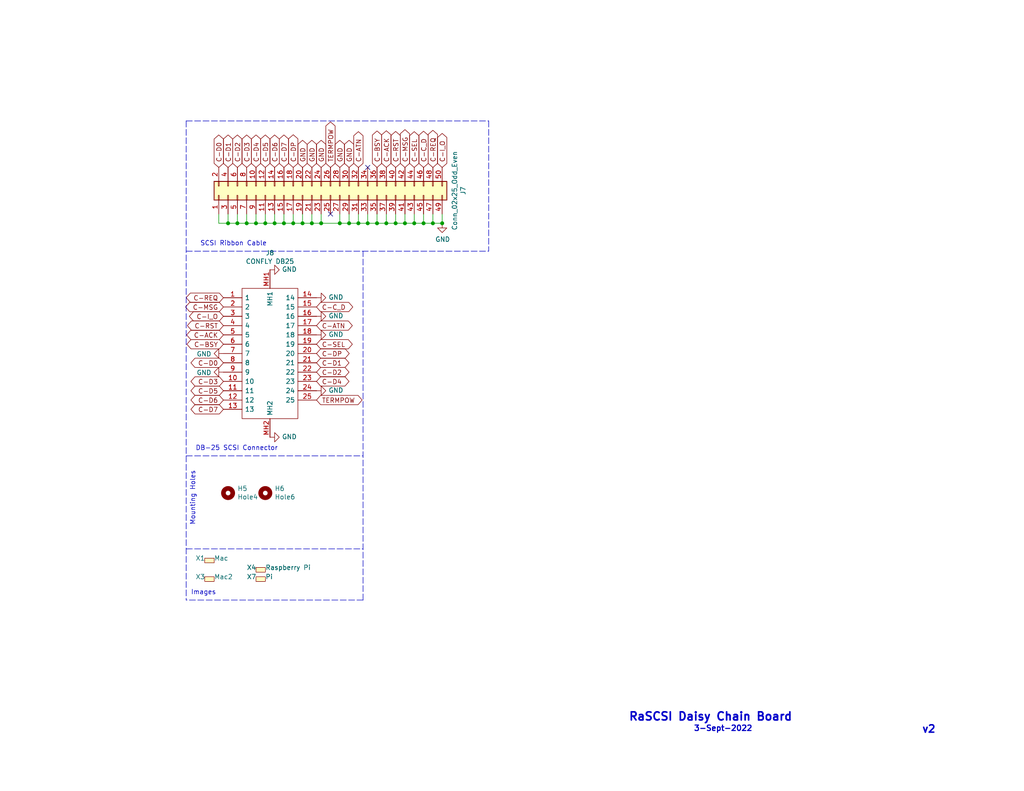
<source format=kicad_sch>
(kicad_sch (version 20211123) (generator eeschema)
  (paper "USLetter")
  (lib_symbols
    (symbol "Connector_Generic:Conn_02x25_Odd_Even" (pin_names (offset 1.016) hide)
      (property "Reference" "J" (at 1.27 33.02 0))
      (property "Value" "Conn_02x25_Odd_Even" (at 1.27 -33.02 0))
      (symbol "Conn_02x25_Odd_Even_1_1"
        (rectangle (start -1.27 -30.353) (end 0 -30.607) (stroke (width 0.1524)))
        (rectangle (start -1.27 -27.813) (end 0 -28.067) (stroke (width 0.1524)))
        (rectangle (start -1.27 -25.273) (end 0 -25.527) (stroke (width 0.1524)))
        (rectangle (start -1.27 -22.733) (end 0 -22.987) (stroke (width 0.1524)))
        (rectangle (start -1.27 -20.193) (end 0 -20.447) (stroke (width 0.1524)))
        (rectangle (start -1.27 -17.653) (end 0 -17.907) (stroke (width 0.1524)))
        (rectangle (start -1.27 -15.113) (end 0 -15.367) (stroke (width 0.1524)))
        (rectangle (start -1.27 -12.573) (end 0 -12.827) (stroke (width 0.1524)))
        (rectangle (start -1.27 -10.033) (end 0 -10.287) (stroke (width 0.1524)))
        (rectangle (start -1.27 -7.493) (end 0 -7.747) (stroke (width 0.1524)))
        (rectangle (start -1.27 -4.953) (end 0 -5.207) (stroke (width 0.1524)))
        (rectangle (start -1.27 -2.413) (end 0 -2.667) (stroke (width 0.1524)))
        (rectangle (start -1.27 0.127) (end 0 -0.127) (stroke (width 0.1524)))
        (rectangle (start -1.27 2.667) (end 0 2.413) (stroke (width 0.1524)))
        (rectangle (start -1.27 5.207) (end 0 4.953) (stroke (width 0.1524)))
        (rectangle (start -1.27 7.747) (end 0 7.493) (stroke (width 0.1524)))
        (rectangle (start -1.27 10.287) (end 0 10.033) (stroke (width 0.1524)))
        (rectangle (start -1.27 12.827) (end 0 12.573) (stroke (width 0.1524)))
        (rectangle (start -1.27 15.367) (end 0 15.113) (stroke (width 0.1524)))
        (rectangle (start -1.27 17.907) (end 0 17.653) (stroke (width 0.1524)))
        (rectangle (start -1.27 20.447) (end 0 20.193) (stroke (width 0.1524)))
        (rectangle (start -1.27 22.987) (end 0 22.733) (stroke (width 0.1524)))
        (rectangle (start -1.27 25.527) (end 0 25.273) (stroke (width 0.1524)))
        (rectangle (start -1.27 28.067) (end 0 27.813) (stroke (width 0.1524)))
        (rectangle (start -1.27 30.607) (end 0 30.353) (stroke (width 0.1524)))
        (rectangle (start -1.27 31.75) (end 3.81 -31.75) (stroke (width 0.254)) (fill (type background)))
        (rectangle (start 3.81 -30.353) (end 2.54 -30.607) (stroke (width 0.1524)))
        (rectangle (start 3.81 -27.813) (end 2.54 -28.067) (stroke (width 0.1524)))
        (rectangle (start 3.81 -25.273) (end 2.54 -25.527) (stroke (width 0.1524)))
        (rectangle (start 3.81 -22.733) (end 2.54 -22.987) (stroke (width 0.1524)))
        (rectangle (start 3.81 -20.193) (end 2.54 -20.447) (stroke (width 0.1524)))
        (rectangle (start 3.81 -17.653) (end 2.54 -17.907) (stroke (width 0.1524)))
        (rectangle (start 3.81 -15.113) (end 2.54 -15.367) (stroke (width 0.1524)))
        (rectangle (start 3.81 -12.573) (end 2.54 -12.827) (stroke (width 0.1524)))
        (rectangle (start 3.81 -10.033) (end 2.54 -10.287) (stroke (width 0.1524)))
        (rectangle (start 3.81 -7.493) (end 2.54 -7.747) (stroke (width 0.1524)))
        (rectangle (start 3.81 -4.953) (end 2.54 -5.207) (stroke (width 0.1524)))
        (rectangle (start 3.81 -2.413) (end 2.54 -2.667) (stroke (width 0.1524)))
        (rectangle (start 3.81 0.127) (end 2.54 -0.127) (stroke (width 0.1524)))
        (rectangle (start 3.81 2.667) (end 2.54 2.413) (stroke (width 0.1524)))
        (rectangle (start 3.81 5.207) (end 2.54 4.953) (stroke (width 0.1524)))
        (rectangle (start 3.81 7.747) (end 2.54 7.493) (stroke (width 0.1524)))
        (rectangle (start 3.81 10.287) (end 2.54 10.033) (stroke (width 0.1524)))
        (rectangle (start 3.81 12.827) (end 2.54 12.573) (stroke (width 0.1524)))
        (rectangle (start 3.81 15.367) (end 2.54 15.113) (stroke (width 0.1524)))
        (rectangle (start 3.81 17.907) (end 2.54 17.653) (stroke (width 0.1524)))
        (rectangle (start 3.81 20.447) (end 2.54 20.193) (stroke (width 0.1524)))
        (rectangle (start 3.81 22.987) (end 2.54 22.733) (stroke (width 0.1524)))
        (rectangle (start 3.81 25.527) (end 2.54 25.273) (stroke (width 0.1524)))
        (rectangle (start 3.81 28.067) (end 2.54 27.813) (stroke (width 0.1524)))
        (rectangle (start 3.81 30.607) (end 2.54 30.353) (stroke (width 0.1524)))
        (pin passive line (at -5.08 30.48 0) (length 3.81) (name "Pin_1") (number "1"))
        (pin passive line (at 7.62 20.32 180) (length 3.81) (name "Pin_10") (number "10"))
        (pin passive line (at -5.08 17.78 0) (length 3.81) (name "Pin_11") (number "11"))
        (pin passive line (at 7.62 17.78 180) (length 3.81) (name "Pin_12") (number "12"))
        (pin passive line (at -5.08 15.24 0) (length 3.81) (name "Pin_13") (number "13"))
        (pin passive line (at 7.62 15.24 180) (length 3.81) (name "Pin_14") (number "14"))
        (pin passive line (at -5.08 12.7 0) (length 3.81) (name "Pin_15") (number "15"))
        (pin passive line (at 7.62 12.7 180) (length 3.81) (name "Pin_16") (number "16"))
        (pin passive line (at -5.08 10.16 0) (length 3.81) (name "Pin_17") (number "17"))
        (pin passive line (at 7.62 10.16 180) (length 3.81) (name "Pin_18") (number "18"))
        (pin passive line (at -5.08 7.62 0) (length 3.81) (name "Pin_19") (number "19"))
        (pin passive line (at 7.62 30.48 180) (length 3.81) (name "Pin_2") (number "2"))
        (pin passive line (at 7.62 7.62 180) (length 3.81) (name "Pin_20") (number "20"))
        (pin passive line (at -5.08 5.08 0) (length 3.81) (name "Pin_21") (number "21"))
        (pin passive line (at 7.62 5.08 180) (length 3.81) (name "Pin_22") (number "22"))
        (pin passive line (at -5.08 2.54 0) (length 3.81) (name "Pin_23") (number "23"))
        (pin passive line (at 7.62 2.54 180) (length 3.81) (name "Pin_24") (number "24"))
        (pin passive line (at -5.08 0 0) (length 3.81) (name "Pin_25") (number "25"))
        (pin passive line (at 7.62 0 180) (length 3.81) (name "Pin_26") (number "26"))
        (pin passive line (at -5.08 -2.54 0) (length 3.81) (name "Pin_27") (number "27"))
        (pin passive line (at 7.62 -2.54 180) (length 3.81) (name "Pin_28") (number "28"))
        (pin passive line (at -5.08 -5.08 0) (length 3.81) (name "Pin_29") (number "29"))
        (pin passive line (at -5.08 27.94 0) (length 3.81) (name "Pin_3") (number "3"))
        (pin passive line (at 7.62 -5.08 180) (length 3.81) (name "Pin_30") (number "30"))
        (pin passive line (at -5.08 -7.62 0) (length 3.81) (name "Pin_31") (number "31"))
        (pin passive line (at 7.62 -7.62 180) (length 3.81) (name "Pin_32") (number "32"))
        (pin passive line (at -5.08 -10.16 0) (length 3.81) (name "Pin_33") (number "33"))
        (pin passive line (at 7.62 -10.16 180) (length 3.81) (name "Pin_34") (number "34"))
        (pin passive line (at -5.08 -12.7 0) (length 3.81) (name "Pin_35") (number "35"))
        (pin passive line (at 7.62 -12.7 180) (length 3.81) (name "Pin_36") (number "36"))
        (pin passive line (at -5.08 -15.24 0) (length 3.81) (name "Pin_37") (number "37"))
        (pin passive line (at 7.62 -15.24 180) (length 3.81) (name "Pin_38") (number "38"))
        (pin passive line (at -5.08 -17.78 0) (length 3.81) (name "Pin_39") (number "39"))
        (pin passive line (at 7.62 27.94 180) (length 3.81) (name "Pin_4") (number "4"))
        (pin passive line (at 7.62 -17.78 180) (length 3.81) (name "Pin_40") (number "40"))
        (pin passive line (at -5.08 -20.32 0) (length 3.81) (name "Pin_41") (number "41"))
        (pin passive line (at 7.62 -20.32 180) (length 3.81) (name "Pin_42") (number "42"))
        (pin passive line (at -5.08 -22.86 0) (length 3.81) (name "Pin_43") (number "43"))
        (pin passive line (at 7.62 -22.86 180) (length 3.81) (name "Pin_44") (number "44"))
        (pin passive line (at -5.08 -25.4 0) (length 3.81) (name "Pin_45") (number "45"))
        (pin passive line (at 7.62 -25.4 180) (length 3.81) (name "Pin_46") (number "46"))
        (pin passive line (at -5.08 -27.94 0) (length 3.81) (name "Pin_47") (number "47"))
        (pin passive line (at 7.62 -27.94 180) (length 3.81) (name "Pin_48") (number "48"))
        (pin passive line (at -5.08 -30.48 0) (length 3.81) (name "Pin_49") (number "49"))
        (pin passive line (at -5.08 25.4 0) (length 3.81) (name "Pin_5") (number "5"))
        (pin passive line (at 7.62 -30.48 180) (length 3.81) (name "Pin_50") (number "50"))
        (pin passive line (at 7.62 25.4 180) (length 3.81) (name "Pin_6") (number "6"))
        (pin passive line (at -5.08 22.86 0) (length 3.81) (name "Pin_7") (number "7"))
        (pin passive line (at 7.62 22.86 180) (length 3.81) (name "Pin_8") (number "8"))
        (pin passive line (at -5.08 20.32 0) (length 3.81) (name "Pin_9") (number "9"))
      )
    )
    (symbol "Mechanical:MountingHole" (pin_names (offset 1.016))
      (property "Reference" "H" (at 0 5.08 0))
      (property "Value" "MountingHole" (at 0 3.175 0))
      (symbol "MountingHole_0_1"
        (circle (center 0 0) (radius 1.27) (stroke (width 1.27)))
      )
    )
    (symbol "SamacSys_Parts:L717SDB25PA4CH4F" (pin_names (offset 0.762))
      (property "Reference" "J" (at 41.91 12.7 0))
      (property "Value" "L717SDB25PA4CH4F" (at 41.91 10.16 0))
      (symbol "L717SDB25PA4CH4F_0_0"
        (pin passive line (at 7.62 12.7 270) (length 5.08) (name "1") (number "1"))
        (pin passive line (at 30.48 12.7 270) (length 5.08) (name "10") (number "10"))
        (pin passive line (at 33.02 12.7 270) (length 5.08) (name "11") (number "11"))
        (pin passive line (at 35.56 12.7 270) (length 5.08) (name "12") (number "12"))
        (pin passive line (at 38.1 12.7 270) (length 5.08) (name "13") (number "13"))
        (pin passive line (at 7.62 -12.7 90) (length 5.08) (name "14") (number "14"))
        (pin passive line (at 10.16 -12.7 90) (length 5.08) (name "15") (number "15"))
        (pin passive line (at 12.7 -12.7 90) (length 5.08) (name "16") (number "16"))
        (pin passive line (at 15.24 -12.7 90) (length 5.08) (name "17") (number "17"))
        (pin passive line (at 17.78 -12.7 90) (length 5.08) (name "18") (number "18"))
        (pin passive line (at 20.32 -12.7 90) (length 5.08) (name "19") (number "19"))
        (pin passive line (at 10.16 12.7 270) (length 5.08) (name "2") (number "2"))
        (pin passive line (at 22.86 -12.7 90) (length 5.08) (name "20") (number "20"))
        (pin passive line (at 25.4 -12.7 90) (length 5.08) (name "21") (number "21"))
        (pin passive line (at 27.94 -12.7 90) (length 5.08) (name "22") (number "22"))
        (pin passive line (at 30.48 -12.7 90) (length 5.08) (name "23") (number "23"))
        (pin passive line (at 33.02 -12.7 90) (length 5.08) (name "24") (number "24"))
        (pin passive line (at 35.56 -12.7 90) (length 5.08) (name "25") (number "25"))
        (pin passive line (at 12.7 12.7 270) (length 5.08) (name "3") (number "3"))
        (pin passive line (at 15.24 12.7 270) (length 5.08) (name "4") (number "4"))
        (pin passive line (at 17.78 12.7 270) (length 5.08) (name "5") (number "5"))
        (pin passive line (at 20.32 12.7 270) (length 5.08) (name "6") (number "6"))
        (pin passive line (at 22.86 12.7 270) (length 5.08) (name "7") (number "7"))
        (pin passive line (at 25.4 12.7 270) (length 5.08) (name "8") (number "8"))
        (pin passive line (at 27.94 12.7 270) (length 5.08) (name "9") (number "9"))
        (pin passive line (at 0 0 0) (length 5.08) (name "MH1") (number "MH1"))
        (pin passive line (at 45.72 0 180) (length 5.08) (name "MH2") (number "MH2"))
      )
      (symbol "L717SDB25PA4CH4F_0_1"
        (polyline (pts (xy 5.08 7.62) (xy 40.64 7.62) (xy 40.64 -7.62) (xy 5.08 -7.62) (xy 5.08 7.62)) (stroke (width 0.1524)))
      )
    )
    (symbol "SamacSys_Parts:Logo" (pin_names (offset 1.016))
      (property "Reference" "X" (at 0 3.81 0))
      (property "Value" "Logo" (at 0 0 0))
      (symbol "Logo_0_1"
        (rectangle (start -1.27 1.27) (end 1.27 2.54) (fill (type background)))
      )
    )
    (symbol "power:GND" (power) (pin_names (offset 0))
      (property "Value" "GND" (at 0 -3.81 0))
      (symbol "GND_0_1"
        (polyline (pts (xy 0 0) (xy 0 -1.27) (xy 1.27 -1.27) (xy 0 -2.54) (xy -1.27 -1.27) (xy 0 -1.27)))
      )
      (symbol "GND_1_1"
        (pin power_in line (at 0 0 270) (length 0) hide (name "GND") (number "1"))
      )
    )
  )
  (junction (at 102.87 60.96))
  (junction (at 100.33 60.96))
  (junction (at 97.79 60.96))
  (junction (at 120.65 60.96))
  (junction (at 74.93 60.96))
  (junction (at 118.11 60.96))
  (junction (at 69.85 60.96))
  (junction (at 115.57 60.96))
  (junction (at 62.23 60.96))
  (junction (at 64.77 60.96))
  (junction (at 77.47 60.96))
  (junction (at 110.49 60.96))
  (junction (at 82.55 60.96))
  (junction (at 92.71 60.96))
  (junction (at 85.09 60.96))
  (junction (at 113.03 60.96))
  (junction (at 105.41 60.96))
  (junction (at 107.95 60.96))
  (junction (at 80.01 60.96))
  (junction (at 95.25 60.96))
  (junction (at 72.39 60.96))
  (junction (at 67.31 60.96))
  (junction (at 87.63 60.96))
  (no_connect (at 90.17 58.42))
  (no_connect (at 100.33 45.72))
  (wire (pts (xy 95.25 60.96) (xy 97.79 60.96)))
  (wire (pts (xy 100.33 60.96) (xy 102.87 60.96)))
  (wire (pts (xy 59.69 60.96) (xy 62.23 60.96)))
  (wire (pts (xy 87.63 60.96) (xy 92.71 60.96)))
  (wire (pts (xy 97.79 60.96) (xy 97.79 58.42)))
  (wire (pts (xy 118.11 60.96) (xy 118.11 58.42)))
  (wire (pts (xy 120.65 60.96) (xy 120.65 58.42)))
  (wire (pts (xy 74.93 60.96) (xy 74.93 58.42)))
  (wire (pts (xy 107.95 60.96) (xy 107.95 58.42)))
  (wire (pts (xy 110.49 60.96) (xy 113.03 60.96)))
  (wire (pts (xy 74.93 60.96) (xy 77.47 60.96)))
  (wire (pts (xy 102.87 60.96) (xy 105.41 60.96)))
  (polyline (pts (xy 50.8 124.46) (xy 99.06 124.46)))
  (wire (pts (xy 69.85 60.96) (xy 69.85 58.42)))
  (wire (pts (xy 92.71 60.96) (xy 92.71 58.42)))
  (wire (pts (xy 107.95 60.96) (xy 110.49 60.96)))
  (wire (pts (xy 77.47 60.96) (xy 80.01 60.96)))
  (wire (pts (xy 62.23 60.96) (xy 62.23 58.42)))
  (polyline (pts (xy 133.35 33.02) (xy 133.35 68.58)))
  (wire (pts (xy 85.09 60.96) (xy 85.09 58.42)))
  (polyline (pts (xy 99.06 163.83) (xy 50.8 163.83)))
  (wire (pts (xy 69.85 60.96) (xy 72.39 60.96)))
  (wire (pts (xy 113.03 60.96) (xy 115.57 60.96)))
  (wire (pts (xy 85.09 60.96) (xy 87.63 60.96)))
  (polyline (pts (xy 50.8 68.58) (xy 133.35 68.58)))
  (wire (pts (xy 59.69 60.96) (xy 59.69 58.42)))
  (wire (pts (xy 72.39 60.96) (xy 72.39 58.42)))
  (wire (pts (xy 64.77 60.96) (xy 67.31 60.96)))
  (wire (pts (xy 115.57 60.96) (xy 118.11 60.96)))
  (wire (pts (xy 115.57 60.96) (xy 115.57 58.42)))
  (polyline (pts (xy 99.06 163.83) (xy 99.06 68.58)))
  (wire (pts (xy 95.25 60.96) (xy 95.25 58.42)))
  (wire (pts (xy 77.47 60.96) (xy 77.47 58.42)))
  (wire (pts (xy 100.33 60.96) (xy 100.33 58.42)))
  (polyline (pts (xy 50.8 149.86) (xy 99.06 149.86)))
  (wire (pts (xy 105.41 60.96) (xy 107.95 60.96)))
  (wire (pts (xy 80.01 60.96) (xy 82.55 60.96)))
  (wire (pts (xy 82.55 60.96) (xy 82.55 58.42)))
  (wire (pts (xy 110.49 60.96) (xy 110.49 58.42)))
  (wire (pts (xy 80.01 60.96) (xy 80.01 58.42)))
  (wire (pts (xy 87.63 60.96) (xy 87.63 58.42)))
  (polyline (pts (xy 50.8 33.02) (xy 133.35 33.02)))
  (wire (pts (xy 64.77 60.96) (xy 64.77 58.42)))
  (wire (pts (xy 118.11 60.96) (xy 120.65 60.96)))
  (wire (pts (xy 97.79 60.96) (xy 100.33 60.96)))
  (wire (pts (xy 72.39 60.96) (xy 74.93 60.96)))
  (wire (pts (xy 105.41 60.96) (xy 105.41 58.42)))
  (wire (pts (xy 67.31 60.96) (xy 67.31 58.42)))
  (wire (pts (xy 113.03 60.96) (xy 113.03 58.42)))
  (wire (pts (xy 67.31 60.96) (xy 69.85 60.96)))
  (wire (pts (xy 82.55 60.96) (xy 85.09 60.96)))
  (wire (pts (xy 62.23 60.96) (xy 64.77 60.96)))
  (wire (pts (xy 92.71 60.96) (xy 95.25 60.96)))
  (wire (pts (xy 102.87 60.96) (xy 102.87 58.42)))
  (polyline (pts (xy 50.8 33.02) (xy 50.8 163.83)))
  (text "v2" (at 251.46 200.406 0) (effects (font (size 2.0066 2.0066) (thickness 0.4013) bold) (justify left bottom)))
  (text "DB-25 SCSI Connector" (at 53.34 123.19 0) (effects (font (size 1.27 1.27)) (justify left bottom)))
  (text "Images" (at 52.07 162.56 0) (effects (font (size 1.27 1.27)) (justify left bottom)))
  (text "3-Sept-2022" (at 189.23 199.898 0) (effects (font (size 1.4986 1.4986) (thickness 0.2997) bold) (justify left bottom)))
  (text "RaSCSI Daisy Chain Board" (at 171.45 197.104 0) (effects (font (size 2.2098 2.2098) (thickness 0.442) bold) (justify left bottom)))
  (text "Mounting Holes" (at 53.34 143.51 90) (effects (font (size 1.27 1.27)) (justify left bottom)))
  (text "SCSI Ribbon Cable" (at 54.61 67.31 0) (effects (font (size 1.27 1.27)) (justify left bottom)))
  (global_label "C-ACK" (shape bidirectional) (at 105.41 45.72 90) (property "Intersheet References" "${INTERSHEET_REFS}" (effects hide)))
  (global_label "C-DP" (shape bidirectional) (at 80.01 45.72 90) (property "Intersheet References" "${INTERSHEET_REFS}" (effects hide)))
  (global_label "C-DP" (shape bidirectional) (at 86.36 96.52 0) (property "Intersheet References" "${INTERSHEET_REFS}" (effects hide)))
  (global_label "C-I_O" (shape bidirectional) (at 120.65 45.72 90) (property "Intersheet References" "${INTERSHEET_REFS}" (effects hide)))
  (global_label "C-D0" (shape bidirectional) (at 60.96 99.06 180) (property "Intersheet References" "${INTERSHEET_REFS}" (effects hide)))
  (global_label "C-D6" (shape bidirectional) (at 60.96 109.22 180) (property "Intersheet References" "${INTERSHEET_REFS}" (effects hide)))
  (global_label "GND" (shape bidirectional) (at 85.09 45.72 90) (property "Intersheet References" "${INTERSHEET_REFS}" (effects hide)))
  (global_label "C-D6" (shape bidirectional) (at 74.93 45.72 90) (property "Intersheet References" "${INTERSHEET_REFS}" (effects hide)))
  (global_label "C-D4" (shape bidirectional) (at 69.85 45.72 90) (property "Intersheet References" "${INTERSHEET_REFS}" (effects hide)))
  (global_label "C-D7" (shape bidirectional) (at 60.96 111.76 180) (property "Intersheet References" "${INTERSHEET_REFS}" (effects hide)))
  (global_label "C-MSG" (shape bidirectional) (at 110.49 45.72 90) (property "Intersheet References" "${INTERSHEET_REFS}" (effects hide)))
  (global_label "C-SEL" (shape bidirectional) (at 113.03 45.72 90) (property "Intersheet References" "${INTERSHEET_REFS}" (effects hide)))
  (global_label "TERMPOW" (shape bidirectional) (at 90.17 45.72 90) (property "Intersheet References" "${INTERSHEET_REFS}" (effects hide)))
  (global_label "C-D2" (shape bidirectional) (at 86.36 101.6 0) (property "Intersheet References" "${INTERSHEET_REFS}" (effects hide)))
  (global_label "C-REQ" (shape bidirectional) (at 118.11 45.72 90) (property "Intersheet References" "${INTERSHEET_REFS}" (effects hide)))
  (global_label "C-REQ" (shape bidirectional) (at 60.96 81.28 180) (property "Intersheet References" "${INTERSHEET_REFS}" (effects hide)))
  (global_label "C-C_D" (shape bidirectional) (at 86.36 83.82 0) (property "Intersheet References" "${INTERSHEET_REFS}" (effects hide)))
  (global_label "C-D7" (shape bidirectional) (at 77.47 45.72 90) (property "Intersheet References" "${INTERSHEET_REFS}" (effects hide)))
  (global_label "C-I_O" (shape bidirectional) (at 60.96 86.36 180) (property "Intersheet References" "${INTERSHEET_REFS}" (effects hide)))
  (global_label "C-ATN" (shape bidirectional) (at 97.79 45.72 90) (property "Intersheet References" "${INTERSHEET_REFS}" (effects hide)))
  (global_label "GND" (shape bidirectional) (at 95.25 45.72 90) (property "Intersheet References" "${INTERSHEET_REFS}" (effects hide)))
  (global_label "C-C_D" (shape bidirectional) (at 115.57 45.72 90) (property "Intersheet References" "${INTERSHEET_REFS}" (effects hide)))
  (global_label "C-RST" (shape bidirectional) (at 107.95 45.72 90) (property "Intersheet References" "${INTERSHEET_REFS}" (effects hide)))
  (global_label "C-D2" (shape bidirectional) (at 64.77 45.72 90) (property "Intersheet References" "${INTERSHEET_REFS}" (effects hide)))
  (global_label "C-ATN" (shape bidirectional) (at 86.36 88.9 0) (property "Intersheet References" "${INTERSHEET_REFS}" (effects hide)))
  (global_label "C-D5" (shape bidirectional) (at 72.39 45.72 90) (property "Intersheet References" "${INTERSHEET_REFS}" (effects hide)))
  (global_label "TERMPOW" (shape bidirectional) (at 86.36 109.22 0) (property "Intersheet References" "${INTERSHEET_REFS}" (effects hide)))
  (global_label "C-D5" (shape bidirectional) (at 60.96 106.68 180) (property "Intersheet References" "${INTERSHEET_REFS}" (effects hide)))
  (global_label "C-BSY" (shape bidirectional) (at 102.87 45.72 90) (property "Intersheet References" "${INTERSHEET_REFS}" (effects hide)))
  (global_label "C-RST" (shape bidirectional) (at 60.96 88.9 180) (property "Intersheet References" "${INTERSHEET_REFS}" (effects hide)))
  (global_label "C-D1" (shape bidirectional) (at 62.23 45.72 90) (property "Intersheet References" "${INTERSHEET_REFS}" (effects hide)))
  (global_label "C-ACK" (shape bidirectional) (at 60.96 91.44 180) (property "Intersheet References" "${INTERSHEET_REFS}" (effects hide)))
  (global_label "C-D0" (shape bidirectional) (at 59.69 45.72 90) (property "Intersheet References" "${INTERSHEET_REFS}" (effects hide)))
  (global_label "C-D3" (shape bidirectional) (at 67.31 45.72 90) (property "Intersheet References" "${INTERSHEET_REFS}" (effects hide)))
  (global_label "GND" (shape bidirectional) (at 92.71 45.72 90) (property "Intersheet References" "${INTERSHEET_REFS}" (effects hide)))
  (global_label "C-D1" (shape bidirectional) (at 86.36 99.06 0) (property "Intersheet References" "${INTERSHEET_REFS}" (effects hide)))
  (global_label "C-BSY" (shape bidirectional) (at 60.96 93.98 180) (property "Intersheet References" "${INTERSHEET_REFS}" (effects hide)))
  (global_label "C-D3" (shape bidirectional) (at 60.96 104.14 180) (property "Intersheet References" "${INTERSHEET_REFS}" (effects hide)))
  (global_label "GND" (shape bidirectional) (at 82.55 45.72 90) (property "Intersheet References" "${INTERSHEET_REFS}" (effects hide)))
  (global_label "C-D4" (shape bidirectional) (at 86.36 104.14 0) (property "Intersheet References" "${INTERSHEET_REFS}" (effects hide)))
  (global_label "C-MSG" (shape bidirectional) (at 60.96 83.82 180) (property "Intersheet References" "${INTERSHEET_REFS}" (effects hide)))
  (global_label "C-SEL" (shape bidirectional) (at 86.36 93.98 0) (property "Intersheet References" "${INTERSHEET_REFS}" (effects hide)))
  (global_label "GND" (shape bidirectional) (at 87.63 45.72 90) (property "Intersheet References" "${INTERSHEET_REFS}" (effects hide)))
  (symbol (lib_id "Connector_Generic:Conn_02x25_Odd_Even") (at 90.17 53.34 90) (unit 1)
    (property "Reference" "J7" (at 126.365 52.07 0))
    (property "Value" "Conn_02x25_Odd_Even" (at 124.0536 52.07 0))
    (property "Footprint" "Connector_PinHeader_2.54mm:PinHeader_2x25_P2.54mm_Vertical" (effects hide))
    (property "LCSC" "C40024" (effects hide))
  )
  (symbol (lib_id "Mechanical:MountingHole") (at 62.23 134.62 0) (unit 1)
    (property "Reference" "H5" (at 64.77 133.3754 0) (effects (justify left)))
    (property "Value" "Hole4" (at 64.77 135.6868 0) (effects (justify left)))
    (property "Footprint" "MountingHole:MountingHole_2.7mm" (effects hide))
  )
  (symbol (lib_id "Mechanical:MountingHole") (at 72.39 134.62 0) (unit 1)
    (property "Reference" "H6" (at 74.93 133.3754 0) (effects (justify left)))
    (property "Value" "Hole6" (at 74.93 135.6868 0) (effects (justify left)))
    (property "Footprint" "MountingHole:MountingHole_2.7mm" (effects hide))
  )
  (symbol (lib_id "SamacSys_Parts:Logo") (at 57.15 154.94 0) (unit 1)
    (property "Reference" "X1" (at 53.34 152.4 0) (effects (justify left)))
    (property "Value" "Mac" (at 58.42 152.4 0) (effects (justify left)))
    (property "Footprint" "SamacSys_Parts:mac_happy_small" (effects hide))
  )
  (symbol (lib_id "SamacSys_Parts:Logo") (at 57.15 160.02 0) (unit 1)
    (property "Reference" "X3" (at 53.34 157.48 0) (effects (justify left)))
    (property "Value" "Mac2" (at 58.42 157.48 0) (effects (justify left)))
    (property "Footprint" "SamacSys_Parts:mac_happy_small" (effects hide))
    (property "Datasheet" "SamacSys_Parts:mac_happy_small" (effects hide))
  )
  (symbol (lib_id "SamacSys_Parts:Logo") (at 71.12 153.67 180) (unit 1)
    (property "Reference" "X4" (at 67.31 154.94 0) (effects (justify right)))
    (property "Value" "Raspberry Pi" (at 72.39 154.94 0) (effects (justify right)))
    (property "Footprint" "SamacSys_Parts:pi_logo" (effects hide))
  )
  (symbol (lib_id "SamacSys_Parts:Logo") (at 71.12 156.21 180) (unit 1)
    (property "Reference" "X7" (at 67.31 157.48 0) (effects (justify right)))
    (property "Value" "Pi" (at 72.39 157.48 0) (effects (justify right)))
    (property "Footprint" "SamacSys_Parts:pi_logo" (effects hide))
  )
  (symbol (lib_id "power:GND") (at 120.65 60.96 0) (unit 1)
    (property "Reference" "#PWR015" (effects hide))
    (property "Value" "GND" (at 120.777 65.3542 0))
  )
  (symbol (lib_id "power:GND") (at 73.66 119.38 90) (unit 1)
    (property "Reference" "#PWR039" (effects hide))
    (property "Value" "GND" (at 76.9112 119.253 90) (effects (justify right)))
  )
  (symbol (lib_id "power:GND") (at 86.36 81.28 90) (unit 1)
    (property "Reference" "#PWR042" (effects hide))
    (property "Value" "GND" (at 89.6112 81.153 90) (effects (justify right)))
  )
  (symbol (lib_id "power:GND") (at 86.36 86.36 90) (unit 1)
    (property "Reference" "#PWR043" (effects hide))
    (property "Value" "GND" (at 89.6112 86.233 90) (effects (justify right)))
  )
  (symbol (lib_id "power:GND") (at 86.36 91.44 90) (unit 1)
    (property "Reference" "#PWR044" (effects hide))
    (property "Value" "GND" (at 89.6112 91.313 90) (effects (justify right)))
  )
  (symbol (lib_id "power:GND") (at 60.96 96.52 270) (unit 1)
    (property "Reference" "#PWR035" (effects hide))
    (property "Value" "GND" (at 57.7088 96.647 90) (effects (justify right)))
  )
  (symbol (lib_id "power:GND") (at 60.96 101.6 270) (unit 1)
    (property "Reference" "#PWR036" (effects hide))
    (property "Value" "GND" (at 57.7088 101.727 90) (effects (justify right)))
  )
  (symbol (lib_id "power:GND") (at 86.36 106.68 90) (unit 1)
    (property "Reference" "#PWR045" (effects hide))
    (property "Value" "GND" (at 89.6112 106.553 90) (effects (justify right)))
  )
  (symbol (lib_id "power:GND") (at 73.66 73.66 90) (unit 1)
    (property "Reference" "#PWR038" (effects hide))
    (property "Value" "GND" (at 76.9112 73.533 90) (effects (justify right)))
  )
  (symbol (lib_id "SamacSys_Parts:L717SDB25PA4CH4F") (at 73.66 73.66 90) (mirror x) (unit 1)
    (property "Reference" "J8" (at 73.66 69.0626 90))
    (property "Value" "CONFLY DB25" (at 73.66 71.374 90))
    (property "Footprint" "L717SDB25PA4CH4F" (effects hide))
    (property "Datasheet" "https://componentsearchengine.com/Datasheets/1/L717SDB25PA4CH4F.pdf" (effects hide))
    (property "Description" "D-Sub Standard Connectors 25P Size B Stamped Male DSub Contact SD" (effects hide))
    (property "Height" "12.55" (effects hide))
    (property "Mouser Part Number" "523-L717SDB25PA4CH4F" (effects hide))
    (property "Mouser Price/Stock" "https://www.mouser.com/Search/Refine.aspx?Keyword=523-L717SDB25PA4CH4F" (effects hide))
    (property "Manufacturer_Name" "Amphenol" (effects hide))
    (property "Manufacturer_Part_Number" "L717SDB25PA4CH4F" (effects hide))
    (property "LCSC" "C77838" (effects hide))
  )
)
</source>
